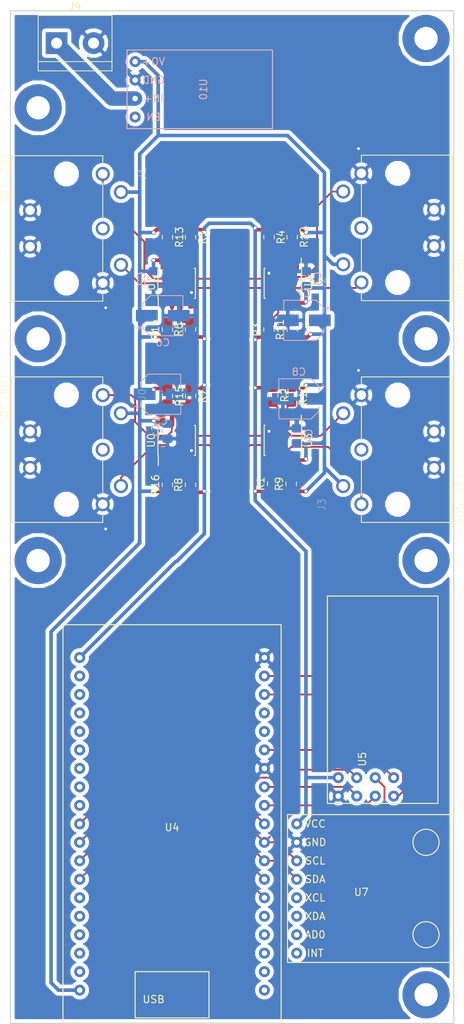
<source format=kicad_pcb>
(kicad_pcb (version 20171130) (host pcbnew 5.0.0-fee4fd1~66~ubuntu18.04.1)
  (layers (0 F.Cu signal) (31 B.Cu signal) (34 B.Paste user) (35 F.Paste user) (36 B.SilkS user) (37 F.SilkS user) (38 B.Mask user) (39 F.Mask user) (44 Edge.Cuts user))
  (net 0 "")
  (net 1 +5V)
  (net 2 "Net-(U2-Pad1)")
  (net 3 "Net-(U2-Pad5)")
  (net 4 +3V3)
  (net 5 /SDA0BUF)
  (net 6 /SCL0BUF)
  (net 7 /SCL0ESP)
  (net 8 /SDA0ESP)
  (net 9 "Net-(U4-Pad5)")
  (net 10 /SCL3ESP)
  (net 11 /SDA3ESP)
  (net 12 /SDA1ESP)
  (net 13 /SCL1ESP)
  (net 14 /SCL2ESP)
  (net 15 /SDA2ESP)
  (net 16 "Net-(J0-Pad2)")
  (net 17 "Net-(J1-Pad2)")
  (net 18 "Net-(J2-Pad2)")
  (net 19 /SCL2BUF)
  (net 20 /SDA2BUF)
  (net 21 "Net-(J3-Pad2)")
  (net 22 /SCL3BUF)
  (net 23 /SDA3BUF)
  (net 24 +BATT)
  (net 25 "Net-(U0-Pad1)")
  (net 26 "Net-(U0-Pad5)")
  (net 27 /SDA1BUF)
  (net 28 "Net-(U1-Pad1)")
  (net 29 "Net-(U3-Pad1)")
  (net 30 "Net-(U4-Pad2)")
  (net 31 "Net-(U4-Pad3)")
  (net 32 "Net-(U4-Pad4)")
  (net 33 "Net-(U4-Pad6)")
  (net 34 "Net-(U4-Pad7)")
  (net 35 "Net-(U4-Pad8)")
  (net 36 "Net-(U7-Pad5)")
  (net 37 "Net-(U7-Pad6)")
  (net 38 "Net-(U7-Pad7)")
  (net 39 "Net-(U7-Pad8)")
  (net 40 /SCL1BUF)
  (net 41 "Net-(U1-Pad5)")
  (net 42 "Net-(U3-Pad5)")
  (net 43 "Net-(U4-Pad9)")
  (net 44 "Net-(U4-Pad14)")
  (net 45 "Net-(U4-Pad15)")
  (net 46 "Net-(U4-Pad16)")
  (net 47 "Net-(U4-Pad17)")
  (net 48 "Net-(U4-Pad18)")
  (net 49 "Net-(U4-Pad20)")
  (net 50 "Net-(U4-Pad21)")
  (net 51 "Net-(U4-Pad22)")
  (net 52 "Net-(U4-Pad23)")
  (net 53 "Net-(U4-Pad24)")
  (net 54 "Net-(U4-Pad34)")
  (net 55 "Net-(U4-Pad35)")
  (net 56 -BATT)
  (net 57 "Net-(U10-Pad4)")
  (net 58 /CS0)
  (net 59 /CLK)
  (net 60 /CE)
  (net 61 /IRQ)
  (net 62 /MISO)
  (net 63 /MOSI)
  (module new-joy:z_MountPTH_3mm (layer F.Cu) (at 133.35 153.035 90)
    (fp_text reference REF**)
    (fp_text value VAL**)
    (pad 1 thru_hole circle (at 0 0 90) (size 6.5 6.5) (drill 3.2) (layers *.Cu *.Mask))
  )
  (module new-joy:CUI_SDS-50J (layer F.Cu) (at 124.46 47.625 90)
    (fp_text reference J2 (at -7.56562 -5.43902 90) (layer F.SilkS) (effects (font (size 1.00074 1.00074) (thickness 0.05))))
    (fp_text value SDS-50J (at -6.84228 13.4589 90) (layer F.SilkS) (effects (font (size 1.00252 1.00252) (thickness 0.05))))
    (pad 2 thru_hole circle (at 0 0 90) (size 1.95 1.95) (drill 1.3) (layers *.Cu *.Mask) (net 18 "Net-(J2-Pad2)"))
    (pad 4 thru_hole circle (at 5 -2.5 90) (size 1.95 1.95) (drill 1.3) (layers *.Cu *.Mask) (net 20 /SDA2BUF))
    (pad 1 thru_hole circle (at 7.5 0 90) (size 1.95 1.95) (drill 1.3) (layers *.Cu *.Mask) (net 56 -BATT))
    (pad 5 thru_hole circle (at -5 -2.5 90) (size 1.95 1.95) (drill 1.3) (layers *.Cu *.Mask) (net 1 +5V))
    (pad 3 thru_hole circle (at -7.5 0 90) (size 1.95 1.95) (drill 1.3) (layers *.Cu *.Mask) (net 19 /SCL2BUF))
    (pad S1 thru_hole circle (at -2.5 10 90) (size 1.95 1.95) (drill 1.3) (layers *.Cu *.Mask) (net 56 -BATT))
    (pad S2 thru_hole circle (at 2.5 10 90) (size 1.95 1.95) (drill 1.3) (layers *.Cu *.Mask) (net 56 -BATT))
    (pad Hole np_thru_hole circle (at -7.5 5 90) (size 2.4 2.4) (drill 2.4) (layers *.Cu *.Mask F.SilkS))
    (pad Hole np_thru_hole circle (at 7.5 5 90) (size 2.4 2.4) (drill 2.4) (layers *.Cu *.Mask F.SilkS))
  )
  (module new-joy:AZReady_ESP32 (layer F.Cu) (at 98.425 129.54)
    (fp_text reference U4 (at 0 0.5) (layer F.SilkS))
    (fp_text value AZReady_ESP32)
    (fp_text user USB (at -2.54 24.13) (layer F.SilkS))
    (pad 1 thru_hole circle (at -12.7 -22.86) (size 1.524 1.524) (drill 0.762) (layers *.Cu *.Mask) (net 4 +3V3))
    (pad 2 thru_hole circle (at -12.7 -20.32) (size 1.524 1.524) (drill 0.762) (layers *.Cu *.Mask) (net 30 "Net-(U4-Pad2)"))
    (pad 3 thru_hole circle (at -12.7 -17.78) (size 1.524 1.524) (drill 0.762) (layers *.Cu *.Mask) (net 31 "Net-(U4-Pad3)"))
    (pad 4 thru_hole circle (at -12.7 -15.24) (size 1.524 1.524) (drill 0.762) (layers *.Cu *.Mask) (net 32 "Net-(U4-Pad4)"))
    (pad 5 thru_hole circle (at -12.7 -12.7) (size 1.524 1.524) (drill 0.762) (layers *.Cu *.Mask) (net 9 "Net-(U4-Pad5)"))
    (pad 6 thru_hole circle (at -12.7 -10.16) (size 1.524 1.524) (drill 0.762) (layers *.Cu *.Mask) (net 33 "Net-(U4-Pad6)"))
    (pad 7 thru_hole circle (at -12.7 -7.62) (size 1.524 1.524) (drill 0.762) (layers *.Cu *.Mask) (net 34 "Net-(U4-Pad7)"))
    (pad 8 thru_hole circle (at -12.7 -5.08) (size 1.524 1.524) (drill 0.762) (layers *.Cu *.Mask) (net 35 "Net-(U4-Pad8)"))
    (pad 9 thru_hole circle (at -12.7 -2.54) (size 1.524 1.524) (drill 0.762) (layers *.Cu *.Mask) (net 43 "Net-(U4-Pad9)"))
    (pad 10 thru_hole circle (at -12.7 0) (size 1.524 1.524) (drill 0.762) (layers *.Cu *.Mask) (net 8 /SDA0ESP))
    (pad 11 thru_hole circle (at -12.7 2.54) (size 1.524 1.524) (drill 0.762) (layers *.Cu *.Mask) (net 7 /SCL0ESP))
    (pad 12 thru_hole circle (at -12.7 5.08) (size 1.524 1.524) (drill 0.762) (layers *.Cu *.Mask) (net 12 /SDA1ESP))
    (pad 13 thru_hole circle (at -12.7 7.62) (size 1.524 1.524) (drill 0.762) (layers *.Cu *.Mask) (net 13 /SCL1ESP))
    (pad 14 thru_hole circle (at -12.7 10.16) (size 1.524 1.524) (drill 0.762) (layers *.Cu *.Mask) (net 44 "Net-(U4-Pad14)"))
    (pad 15 thru_hole circle (at -12.7 12.7) (size 1.524 1.524) (drill 0.762) (layers *.Cu *.Mask) (net 45 "Net-(U4-Pad15)"))
    (pad 16 thru_hole circle (at -12.7 15.24) (size 1.524 1.524) (drill 0.762) (layers *.Cu *.Mask) (net 46 "Net-(U4-Pad16)"))
    (pad 17 thru_hole circle (at -12.7 17.78) (size 1.524 1.524) (drill 0.762) (layers *.Cu *.Mask) (net 47 "Net-(U4-Pad17)"))
    (pad 18 thru_hole circle (at -12.7 20.32) (size 1.524 1.524) (drill 0.762) (layers *.Cu *.Mask) (net 48 "Net-(U4-Pad18)"))
    (pad 19 thru_hole circle (at -12.7 22.86) (size 1.524 1.524) (drill 0.762) (layers *.Cu *.Mask) (net 1 +5V))
    (pad 20 thru_hole circle (at 12.7 22.86) (size 1.524 1.524) (drill 0.762) (layers *.Cu *.Mask) (net 49 "Net-(U4-Pad20)"))
    (pad 21 thru_hole circle (at 12.7 20.32) (size 1.524 1.524) (drill 0.762) (layers *.Cu *.Mask) (net 50 "Net-(U4-Pad21)"))
    (pad 22 thru_hole circle (at 12.7 17.78) (size 1.524 1.524) (drill 0.762) (layers *.Cu *.Mask) (net 51 "Net-(U4-Pad22)"))
    (pad 23 thru_hole circle (at 12.7 15.24) (size 1.524 1.524) (drill 0.762) (layers *.Cu *.Mask) (net 52 "Net-(U4-Pad23)"))
    (pad 24 thru_hole circle (at 12.7 12.7) (size 1.524 1.524) (drill 0.762) (layers *.Cu *.Mask) (net 53 "Net-(U4-Pad24)"))
    (pad 25 thru_hole circle (at 12.7 10.16) (size 1.524 1.524) (drill 0.762) (layers *.Cu *.Mask) (net 15 /SDA2ESP))
    (pad 26 thru_hole circle (at 12.7 7.62) (size 1.524 1.524) (drill 0.762) (layers *.Cu *.Mask) (net 14 /SCL2ESP))
    (pad 27 thru_hole circle (at 12.7 5.08) (size 1.524 1.524) (drill 0.762) (layers *.Cu *.Mask) (net 11 /SDA3ESP))
    (pad 28 thru_hole circle (at 12.7 2.54) (size 1.524 1.524) (drill 0.762) (layers *.Cu *.Mask) (net 10 /SCL3ESP))
    (pad 29 thru_hole circle (at 12.7 0) (size 1.524 1.524) (drill 0.762) (layers *.Cu *.Mask) (net 58 /CS0))
    (pad 30 thru_hole circle (at 12.7 -2.54) (size 1.524 1.524) (drill 0.762) (layers *.Cu *.Mask) (net 59 /CLK))
    (pad 31 thru_hole circle (at 12.7 -5.08) (size 1.524 1.524) (drill 0.762) (layers *.Cu *.Mask) (net 60 /CE))
    (pad 32 thru_hole circle (at 12.7 -7.62) (size 1.524 1.524) (drill 0.762) (layers *.Cu *.Mask) (net 56 -BATT))
    (pad 33 thru_hole circle (at 12.7 -10.16) (size 1.524 1.524) (drill 0.762) (layers *.Cu *.Mask) (net 61 /IRQ))
    (pad 34 thru_hole circle (at 12.7 -12.7) (size 1.524 1.524) (drill 0.762) (layers *.Cu *.Mask) (net 54 "Net-(U4-Pad34)"))
    (pad 35 thru_hole circle (at 12.7 -15.24) (size 1.524 1.524) (drill 0.762) (layers *.Cu *.Mask) (net 55 "Net-(U4-Pad35)"))
    (pad 36 thru_hole circle (at 12.7 -17.78) (size 1.524 1.524) (drill 0.762) (layers *.Cu *.Mask) (net 62 /MISO))
    (pad 37 thru_hole circle (at 12.7 -20.32) (size 1.524 1.524) (drill 0.762) (layers *.Cu *.Mask) (net 63 /MOSI))
    (pad 38 thru_hole circle (at 12.7 -22.86) (size 1.524 1.524) (drill 0.762) (layers *.Cu *.Mask) (net 56 -BATT))
  )
  (module new-joy:CUI_SDS-50J (layer F.Cu) (at 88.9 78.105 270)
    (fp_text reference J0 (at -7.56562 -5.43902 270) (layer F.SilkS) (effects (font (size 1.00074 1.00074) (thickness 0.05))))
    (fp_text value SDS-50J (at -6.84228 13.4589 270) (layer F.SilkS) (effects (font (size 1.00252 1.00252) (thickness 0.05))))
    (pad 2 thru_hole circle (at 0 0 270) (size 1.95 1.95) (drill 1.3) (layers *.Cu *.Mask) (net 16 "Net-(J0-Pad2)"))
    (pad 4 thru_hole circle (at 5 -2.5 270) (size 1.95 1.95) (drill 1.3) (layers *.Cu *.Mask) (net 5 /SDA0BUF))
    (pad 1 thru_hole circle (at 7.5 0 270) (size 1.95 1.95) (drill 1.3) (layers *.Cu *.Mask) (net 56 -BATT))
    (pad 5 thru_hole circle (at -5 -2.5 270) (size 1.95 1.95) (drill 1.3) (layers *.Cu *.Mask) (net 1 +5V))
    (pad 3 thru_hole circle (at -7.5 0 270) (size 1.95 1.95) (drill 1.3) (layers *.Cu *.Mask) (net 6 /SCL0BUF))
    (pad S1 thru_hole circle (at -2.5 10 270) (size 1.95 1.95) (drill 1.3) (layers *.Cu *.Mask) (net 56 -BATT))
    (pad S2 thru_hole circle (at 2.5 10 270) (size 1.95 1.95) (drill 1.3) (layers *.Cu *.Mask) (net 56 -BATT))
    (pad Hole np_thru_hole circle (at -7.5 5 270) (size 2.4 2.4) (drill 2.4) (layers *.Cu *.Mask F.SilkS))
    (pad Hole np_thru_hole circle (at 7.5 5 270) (size 2.4 2.4) (drill 2.4) (layers *.Cu *.Mask F.SilkS))
  )
  (module new-joy:CUI_SDS-50J (layer F.Cu) (at 88.9 47.705 270)
    (fp_text reference J1 (at -7.56562 -5.43902 270) (layer F.SilkS) (effects (font (size 1.00074 1.00074) (thickness 0.05))))
    (fp_text value SDS-50J (at -6.84228 13.4589 270) (layer F.SilkS) (effects (font (size 1.00252 1.00252) (thickness 0.05))))
    (pad Hole np_thru_hole circle (at 7.5 5 270) (size 2.4 2.4) (drill 2.4) (layers *.Cu *.Mask F.SilkS))
    (pad Hole np_thru_hole circle (at -7.5 5 270) (size 2.4 2.4) (drill 2.4) (layers *.Cu *.Mask F.SilkS))
    (pad S2 thru_hole circle (at 2.5 10 270) (size 1.95 1.95) (drill 1.3) (layers *.Cu *.Mask) (net 56 -BATT))
    (pad S1 thru_hole circle (at -2.5 10 270) (size 1.95 1.95) (drill 1.3) (layers *.Cu *.Mask) (net 56 -BATT))
    (pad 3 thru_hole circle (at -7.5 0 270) (size 1.95 1.95) (drill 1.3) (layers *.Cu *.Mask) (net 40 /SCL1BUF))
    (pad 5 thru_hole circle (at -5 -2.5 270) (size 1.95 1.95) (drill 1.3) (layers *.Cu *.Mask) (net 1 +5V))
    (pad 1 thru_hole circle (at 7.5 0 270) (size 1.95 1.95) (drill 1.3) (layers *.Cu *.Mask) (net 56 -BATT))
    (pad 4 thru_hole circle (at 5 -2.5 270) (size 1.95 1.95) (drill 1.3) (layers *.Cu *.Mask) (net 27 /SDA1BUF))
    (pad 2 thru_hole circle (at 0 0 270) (size 1.95 1.95) (drill 1.3) (layers *.Cu *.Mask) (net 17 "Net-(J1-Pad2)"))
  )
  (module new-joy:CUI_SDS-50J (layer F.Cu) (at 124.46 78.105 90)
    (fp_text reference J3 (at -7.56562 -5.43902 90) (layer F.SilkS) (effects (font (size 1.00074 1.00074) (thickness 0.05))))
    (fp_text value SDS-50J (at -6.84228 13.4589 90) (layer F.SilkS) (effects (font (size 1.00252 1.00252) (thickness 0.05))))
    (pad 2 thru_hole circle (at 0 0 90) (size 1.95 1.95) (drill 1.3) (layers *.Cu *.Mask) (net 21 "Net-(J3-Pad2)"))
    (pad 4 thru_hole circle (at 5 -2.5 90) (size 1.95 1.95) (drill 1.3) (layers *.Cu *.Mask) (net 23 /SDA3BUF))
    (pad 1 thru_hole circle (at 7.5 0 90) (size 1.95 1.95) (drill 1.3) (layers *.Cu *.Mask) (net 56 -BATT))
    (pad 5 thru_hole circle (at -5 -2.5 90) (size 1.95 1.95) (drill 1.3) (layers *.Cu *.Mask) (net 1 +5V))
    (pad 3 thru_hole circle (at -7.5 0 90) (size 1.95 1.95) (drill 1.3) (layers *.Cu *.Mask) (net 22 /SCL3BUF))
    (pad S1 thru_hole circle (at -2.5 10 90) (size 1.95 1.95) (drill 1.3) (layers *.Cu *.Mask) (net 56 -BATT))
    (pad S2 thru_hole circle (at 2.5 10 90) (size 1.95 1.95) (drill 1.3) (layers *.Cu *.Mask) (net 56 -BATT))
    (pad Hole np_thru_hole circle (at -7.5 5 90) (size 2.4 2.4) (drill 2.4) (layers *.Cu *.Mask F.SilkS))
    (pad Hole np_thru_hole circle (at 7.5 5 90) (size 2.4 2.4) (drill 2.4) (layers *.Cu *.Mask F.SilkS))
  )
  (module new-joy:MPU6050_Breakout (layer F.Cu) (at 124.46 138.43)
    (fp_text reference U7 (at 0 0.5) (layer F.SilkS))
    (fp_text value MPU6050_Breakout)
    (fp_text user INT (at -6.35 8.89) (layer F.SilkS))
    (fp_text user AD0 (at -6.35 6.35) (layer F.SilkS))
    (fp_text user XDA (at -6.35 3.81) (layer F.SilkS))
    (fp_text user XCL (at -6.35 1.27) (layer F.SilkS))
    (fp_text user SDA (at -6.35 -1.27) (layer F.SilkS))
    (fp_text user SCL (at -6.35 -3.81) (layer F.SilkS))
    (fp_text user GND (at -6.35 -6.35) (layer F.SilkS))
    (fp_text user VCC (at -6.35 -8.89) (layer F.SilkS))
    (pad 1 thru_hole circle (at -8.89 -8.89) (size 1.524 1.524) (drill 0.762) (layers *.Cu *.Mask) (net 4 +3V3))
    (pad 2 thru_hole circle (at -8.89 -6.35) (size 1.524 1.524) (drill 0.762) (layers *.Cu *.Mask) (net 56 -BATT))
    (pad 3 thru_hole circle (at -8.89 -3.81) (size 1.524 1.524) (drill 0.762) (layers *.Cu *.Mask) (net 10 /SCL3ESP))
    (pad 4 thru_hole circle (at -8.89 -1.27) (size 1.524 1.524) (drill 0.762) (layers *.Cu *.Mask) (net 11 /SDA3ESP))
    (pad 5 thru_hole circle (at -8.89 1.27) (size 1.524 1.524) (drill 0.762) (layers *.Cu *.Mask) (net 36 "Net-(U7-Pad5)"))
    (pad 6 thru_hole circle (at -8.89 3.81) (size 1.524 1.524) (drill 0.762) (layers *.Cu *.Mask) (net 37 "Net-(U7-Pad6)"))
    (pad 7 thru_hole circle (at -8.89 6.35) (size 1.524 1.524) (drill 0.762) (layers *.Cu *.Mask) (net 38 "Net-(U7-Pad7)"))
    (pad 8 thru_hole circle (at -8.89 8.89) (size 1.524 1.524) (drill 0.762) (layers *.Cu *.Mask) (net 39 "Net-(U7-Pad8)"))
  )
  (module TerminalBlock:TerminalBlock_bornier-2_P5.08mm (layer F.Cu) (at 82.55 22.225)
    (fp_text reference J4 (at 2.54 -5.08) (layer F.SilkS))
    (fp_text value BAT)
    (pad 1 thru_hole rect (at 0 0) (size 3 3) (drill 1.52) (layers *.Cu *.Mask) (net 24 +BATT))
    (pad 2 thru_hole circle (at 5.08 0) (size 3 3) (drill 1.52) (layers *.Cu *.Mask) (net 56 -BATT))
  )
  (module new-joy:z_MountPTH_3mm (layer F.Cu) (at 80.01 93.345)
    (fp_text reference REF**)
    (fp_text value VAL**)
    (pad 1 thru_hole circle (at 0 0) (size 6.5 6.5) (drill 3.2) (layers *.Cu *.Mask))
  )
  (module new-joy:z_MountPTH_3mm (layer F.Cu) (at 80.01 62.865)
    (fp_text reference REF**)
    (fp_text value VAL**)
    (pad 1 thru_hole circle (at 0 0) (size 6.5 6.5) (drill 3.2) (layers *.Cu *.Mask))
  )
  (module new-joy:z_MountPTH_3mm (layer F.Cu) (at 80.01 31.115)
    (fp_text reference REF**)
    (fp_text value VAL**)
    (pad 1 thru_hole circle (at 0 0) (size 6.5 6.5) (drill 3.2) (layers *.Cu *.Mask))
  )
  (module new-joy:z_MountPTH_3mm (layer F.Cu) (at 133.35 21.59)
    (fp_text reference REF**)
    (fp_text value VAL**)
    (pad 1 thru_hole circle (at 0 0) (size 6.5 6.5) (drill 3.2) (layers *.Cu *.Mask))
  )
  (module new-joy:z_MountPTH_3mm (layer F.Cu) (at 133.35 62.865)
    (fp_text reference REF**)
    (fp_text value VAL**)
    (pad 1 thru_hole circle (at 0 0) (size 6.5 6.5) (drill 3.2) (layers *.Cu *.Mask))
  )
  (module new-joy:z_MountPTH_3mm (layer F.Cu) (at 133.35 93.345)
    (fp_text reference REF**)
    (fp_text value VAL**)
    (pad 1 thru_hole circle (at 0 0) (size 6.5 6.5) (drill 3.2) (layers *.Cu *.Mask))
  )
  (module new-joy:P82B715D (layer F.Cu) (at 99.06 76.835 90)
    (fp_text reference U0 (at 0 -3.5 90) (layer F.SilkS))
    (fp_text value P82B715)
    (pad 1 smd rect (at -2.7 -1.905 90) (size 1.55 0.6) (layers F.Cu F.Paste F.Mask) (net 25 "Net-(U0-Pad1)"))
    (pad 2 smd rect (at -2.7 -0.635 90) (size 1.55 0.6) (layers F.Cu F.Paste F.Mask) (net 5 /SDA0BUF))
    (pad 3 smd rect (at -2.7 0.635 90) (size 1.55 0.6) (layers F.Cu F.Paste F.Mask) (net 8 /SDA0ESP))
    (pad 4 smd rect (at -2.7 1.905 90) (size 1.55 0.6) (layers F.Cu F.Paste F.Mask) (net 56 -BATT))
    (pad 5 smd rect (at 2.7 1.905 90) (size 1.55 0.6) (layers F.Cu F.Paste F.Mask) (net 26 "Net-(U0-Pad5)"))
    (pad 6 smd rect (at 2.7 0.635 90) (size 1.55 0.6) (layers F.Cu F.Paste F.Mask) (net 7 /SCL0ESP))
    (pad 7 smd rect (at 2.7 -0.635 90) (size 1.55 0.6) (layers F.Cu F.Paste F.Mask) (net 6 /SCL0BUF))
    (pad 8 smd rect (at 2.7 -1.905 90) (size 1.55 0.6) (layers F.Cu F.Paste F.Mask) (net 1 +5V))
  )
  (module new-joy:P82B715D (layer F.Cu) (at 99.06 55.245 90)
    (fp_text reference U1 (at 0 -3.5 90) (layer F.SilkS))
    (fp_text value P82B715)
    (pad 8 smd rect (at 2.7 -1.905 90) (size 1.55 0.6) (layers F.Cu F.Paste F.Mask) (net 1 +5V))
    (pad 7 smd rect (at 2.7 -0.635 90) (size 1.55 0.6) (layers F.Cu F.Paste F.Mask) (net 40 /SCL1BUF))
    (pad 6 smd rect (at 2.7 0.635 90) (size 1.55 0.6) (layers F.Cu F.Paste F.Mask) (net 13 /SCL1ESP))
    (pad 5 smd rect (at 2.7 1.905 90) (size 1.55 0.6) (layers F.Cu F.Paste F.Mask) (net 41 "Net-(U1-Pad5)"))
    (pad 4 smd rect (at -2.7 1.905 90) (size 1.55 0.6) (layers F.Cu F.Paste F.Mask) (net 56 -BATT))
    (pad 3 smd rect (at -2.7 0.635 90) (size 1.55 0.6) (layers F.Cu F.Paste F.Mask) (net 12 /SDA1ESP))
    (pad 2 smd rect (at -2.7 -0.635 90) (size 1.55 0.6) (layers F.Cu F.Paste F.Mask) (net 27 /SDA1BUF))
    (pad 1 smd rect (at -2.7 -1.905 90) (size 1.55 0.6) (layers F.Cu F.Paste F.Mask) (net 28 "Net-(U1-Pad1)"))
  )
  (module new-joy:P82B715D (layer F.Cu) (at 113.665 55.245 270)
    (fp_text reference U2 (at 0 -3.5 270) (layer F.SilkS))
    (fp_text value P82B715)
    (pad 1 smd rect (at -2.7 -1.905 270) (size 1.55 0.6) (layers F.Cu F.Paste F.Mask) (net 2 "Net-(U2-Pad1)"))
    (pad 2 smd rect (at -2.7 -0.635 270) (size 1.55 0.6) (layers F.Cu F.Paste F.Mask) (net 20 /SDA2BUF))
    (pad 3 smd rect (at -2.7 0.635 270) (size 1.55 0.6) (layers F.Cu F.Paste F.Mask) (net 15 /SDA2ESP))
    (pad 4 smd rect (at -2.7 1.905 270) (size 1.55 0.6) (layers F.Cu F.Paste F.Mask) (net 56 -BATT))
    (pad 5 smd rect (at 2.7 1.905 270) (size 1.55 0.6) (layers F.Cu F.Paste F.Mask) (net 3 "Net-(U2-Pad5)"))
    (pad 6 smd rect (at 2.7 0.635 270) (size 1.55 0.6) (layers F.Cu F.Paste F.Mask) (net 14 /SCL2ESP))
    (pad 7 smd rect (at 2.7 -0.635 270) (size 1.55 0.6) (layers F.Cu F.Paste F.Mask) (net 19 /SCL2BUF))
    (pad 8 smd rect (at 2.7 -1.905 270) (size 1.55 0.6) (layers F.Cu F.Paste F.Mask) (net 1 +5V))
  )
  (module new-joy:P82B715D (layer F.Cu) (at 113.665 76.835 270)
    (fp_text reference U3 (at 0 -3.5 270) (layer F.SilkS))
    (fp_text value P82B715)
    (pad 8 smd rect (at 2.7 -1.905 270) (size 1.55 0.6) (layers F.Cu F.Paste F.Mask) (net 1 +5V))
    (pad 7 smd rect (at 2.7 -0.635 270) (size 1.55 0.6) (layers F.Cu F.Paste F.Mask) (net 22 /SCL3BUF))
    (pad 6 smd rect (at 2.7 0.635 270) (size 1.55 0.6) (layers F.Cu F.Paste F.Mask) (net 10 /SCL3ESP))
    (pad 5 smd rect (at 2.7 1.905 270) (size 1.55 0.6) (layers F.Cu F.Paste F.Mask) (net 42 "Net-(U3-Pad5)"))
    (pad 4 smd rect (at -2.7 1.905 270) (size 1.55 0.6) (layers F.Cu F.Paste F.Mask) (net 56 -BATT))
    (pad 3 smd rect (at -2.7 0.635 270) (size 1.55 0.6) (layers F.Cu F.Paste F.Mask) (net 11 /SDA3ESP))
    (pad 2 smd rect (at -2.7 -0.635 270) (size 1.55 0.6) (layers F.Cu F.Paste F.Mask) (net 23 /SDA3BUF))
    (pad 1 smd rect (at -2.7 -1.905 270) (size 1.55 0.6) (layers F.Cu F.Paste F.Mask) (net 29 "Net-(U3-Pad1)"))
  )
  (module new-joy:oskj-dc-dc (layer B.Cu) (at 102.235 28.575 270)
    (fp_text reference U10 (at 0 -0.5 270) (layer B.SilkS) (effects (justify mirror)))
    (fp_text value oskj-dc-dc)
    (fp_text user VO+ (at -3.81 6.35 180) (layer B.SilkS) (effects (justify mirror)))
    (fp_text user GND (at -1.27 6.35 180) (layer B.SilkS) (effects (justify mirror)))
    (fp_text user IN+ (at 1.27 6.35 180) (layer B.SilkS) (effects (justify mirror)))
    (fp_text user EN (at 3.81 6.35 180) (layer B.SilkS) (effects (justify mirror)))
    (pad 1 thru_hole circle (at -3.81 8.89 270) (size 1.524 1.524) (drill 0.762) (layers *.Cu *.Mask) (net 1 +5V))
    (pad 2 thru_hole circle (at -1.27 8.89 270) (size 1.524 1.524) (drill 0.762) (layers *.Cu *.Mask) (net 56 -BATT))
    (pad 3 thru_hole circle (at 1.27 8.89 270) (size 1.524 1.524) (drill 0.762) (layers *.Cu *.Mask) (net 24 +BATT))
    (pad 4 thru_hole circle (at 3.81 8.89 270) (size 1.524 1.524) (drill 0.762) (layers *.Cu *.Mask) (net 57 "Net-(U10-Pad4)"))
  )
  (module Capacitor_SMD:C_0805_2012Metric_Pad1.15x1.40mm_HandSolder (layer B.Cu) (at 97.79 75.565 270)
    (fp_text reference C1 (at 0 1.65 270) (layer B.SilkS) (effects (justify mirror)))
    (fp_text value 0.1uF)
    (pad 2 smd roundrect (at 1.025 0 270) (size 1.15 1.4) (layers B.Cu B.Paste B.Mask) (roundrect_rratio 0.217391) (net 56 -BATT))
    (pad 1 smd roundrect (at -1.025 0 270) (size 1.15 1.4) (layers B.Cu B.Paste B.Mask) (roundrect_rratio 0.217391) (net 1 +5V))
  )
  (module Capacitor_SMD:C_0805_2012Metric_Pad1.15x1.40mm_HandSolder (layer B.Cu) (at 95.885 54.61 270)
    (fp_text reference C2 (at 0 1.65 270) (layer B.SilkS) (effects (justify mirror)))
    (fp_text value 0.1uF)
    (pad 2 smd roundrect (at 1.025 0 270) (size 1.15 1.4) (layers B.Cu B.Paste B.Mask) (roundrect_rratio 0.217391) (net 56 -BATT))
    (pad 1 smd roundrect (at -1.025 0 270) (size 1.15 1.4) (layers B.Cu B.Paste B.Mask) (roundrect_rratio 0.217391) (net 1 +5V))
  )
  (module Capacitor_SMD:C_0805_2012Metric_Pad1.15x1.40mm_HandSolder (layer B.Cu) (at 116.84 54.61 90)
    (fp_text reference C3 (at 0 1.65 90) (layer B.SilkS) (effects (justify mirror)))
    (fp_text value 0.1uF)
    (pad 2 smd roundrect (at 1.025 0 90) (size 1.15 1.4) (layers B.Cu B.Paste B.Mask) (roundrect_rratio 0.217391) (net 56 -BATT))
    (pad 1 smd roundrect (at -1.025 0 90) (size 1.15 1.4) (layers B.Cu B.Paste B.Mask) (roundrect_rratio 0.217391) (net 1 +5V))
  )
  (module Capacitor_SMD:C_0805_2012Metric_Pad1.15x1.40mm_HandSolder (layer B.Cu) (at 115.57 76.2 90)
    (fp_text reference C4 (at 0 1.65 90) (layer B.SilkS) (effects (justify mirror)))
    (fp_text value 0.1uF)
    (pad 2 smd roundrect (at 1.025 0 90) (size 1.15 1.4) (layers B.Cu B.Paste B.Mask) (roundrect_rratio 0.217391) (net 56 -BATT))
    (pad 1 smd roundrect (at -1.025 0 90) (size 1.15 1.4) (layers B.Cu B.Paste B.Mask) (roundrect_rratio 0.217391) (net 1 +5V))
  )
  (module Resistor_SMD:R_0805_2012Metric_Pad1.15x1.40mm_HandSolder (layer F.Cu) (at 112.268 82.795 90)
    (fp_text reference R1 (at 0 -1.65 90) (layer F.SilkS))
    (fp_text value 2K2)
    (pad 2 smd roundrect (at 1.025 0 90) (size 1.15 1.4) (layers F.Cu F.Paste F.Mask) (roundrect_rratio 0.217391) (net 10 /SCL3ESP))
    (pad 1 smd roundrect (at -1.025 0 90) (size 1.15 1.4) (layers F.Cu F.Paste F.Mask) (roundrect_rratio 0.217391) (net 4 +3V3))
  )
  (module Resistor_SMD:R_0805_2012Metric_Pad1.15x1.40mm_HandSolder (layer F.Cu) (at 112.268 70.621 270)
    (fp_text reference R2 (at 0 -1.65 270) (layer F.SilkS))
    (fp_text value 2K2)
    (pad 2 smd roundrect (at 1.025 0 270) (size 1.15 1.4) (layers F.Cu F.Paste F.Mask) (roundrect_rratio 0.217391) (net 11 /SDA3ESP))
    (pad 1 smd roundrect (at -1.025 0 270) (size 1.15 1.4) (layers F.Cu F.Paste F.Mask) (roundrect_rratio 0.217391) (net 4 +3V3))
  )
  (module Resistor_SMD:R_0805_2012Metric_Pad1.15x1.40mm_HandSolder (layer F.Cu) (at 111.76 61.595 90)
    (fp_text reference R3 (at 0 -1.65 90) (layer F.SilkS))
    (fp_text value 2K2)
    (pad 2 smd roundrect (at 1.025 0 90) (size 1.15 1.4) (layers F.Cu F.Paste F.Mask) (roundrect_rratio 0.217391) (net 14 /SCL2ESP))
    (pad 1 smd roundrect (at -1.025 0 90) (size 1.15 1.4) (layers F.Cu F.Paste F.Mask) (roundrect_rratio 0.217391) (net 4 +3V3))
  )
  (module Resistor_SMD:R_0805_2012Metric_Pad1.15x1.40mm_HandSolder (layer F.Cu) (at 111.76 48.895 270)
    (fp_text reference R4 (at 0 -1.65 270) (layer F.SilkS))
    (fp_text value 2K2)
    (pad 1 smd roundrect (at -1.025 0 270) (size 1.15 1.4) (layers F.Cu F.Paste F.Mask) (roundrect_rratio 0.217391) (net 4 +3V3))
    (pad 2 smd roundrect (at 1.025 0 270) (size 1.15 1.4) (layers F.Cu F.Paste F.Mask) (roundrect_rratio 0.217391) (net 15 /SDA2ESP))
  )
  (module Resistor_SMD:R_0805_2012Metric_Pad1.15x1.40mm_HandSolder (layer F.Cu) (at 100.965 48.895 270)
    (fp_text reference R5 (at 0 -1.65 270) (layer F.SilkS))
    (fp_text value 2K2)
    (pad 2 smd roundrect (at 1.025 0 270) (size 1.15 1.4) (layers F.Cu F.Paste F.Mask) (roundrect_rratio 0.217391) (net 13 /SCL1ESP))
    (pad 1 smd roundrect (at -1.025 0 270) (size 1.15 1.4) (layers F.Cu F.Paste F.Mask) (roundrect_rratio 0.217391) (net 4 +3V3))
  )
  (module Resistor_SMD:R_0805_2012Metric_Pad1.15x1.40mm_HandSolder (layer F.Cu) (at 100.965 61.595 90)
    (fp_text reference R6 (at 0 -1.65 90) (layer F.SilkS))
    (fp_text value 2K2)
    (pad 2 smd roundrect (at 1.025 0 90) (size 1.15 1.4) (layers F.Cu F.Paste F.Mask) (roundrect_rratio 0.217391) (net 12 /SDA1ESP))
    (pad 1 smd roundrect (at -1.025 0 90) (size 1.15 1.4) (layers F.Cu F.Paste F.Mask) (roundrect_rratio 0.217391) (net 4 +3V3))
  )
  (module Resistor_SMD:R_0805_2012Metric_Pad1.15x1.40mm_HandSolder (layer F.Cu) (at 100.965 70.73 270)
    (fp_text reference R7 (at 0 -1.65 270) (layer F.SilkS))
    (fp_text value 2K2)
    (pad 1 smd roundrect (at -1.025 0 270) (size 1.15 1.4) (layers F.Cu F.Paste F.Mask) (roundrect_rratio 0.217391) (net 4 +3V3))
    (pad 2 smd roundrect (at 1.025 0 270) (size 1.15 1.4) (layers F.Cu F.Paste F.Mask) (roundrect_rratio 0.217391) (net 7 /SCL0ESP))
  )
  (module Resistor_SMD:R_0805_2012Metric_Pad1.15x1.40mm_HandSolder (layer F.Cu) (at 100.965 82.94 90)
    (fp_text reference R8 (at 0 -1.65 90) (layer F.SilkS))
    (fp_text value 2K2)
    (pad 1 smd roundrect (at -1.025 0 90) (size 1.15 1.4) (layers F.Cu F.Paste F.Mask) (roundrect_rratio 0.217391) (net 4 +3V3))
    (pad 2 smd roundrect (at 1.025 0 90) (size 1.15 1.4) (layers F.Cu F.Paste F.Mask) (roundrect_rratio 0.217391) (net 8 /SDA0ESP))
  )
  (module Resistor_SMD:R_0805_2012Metric_Pad1.15x1.40mm_HandSolder (layer F.Cu) (at 114.808 82.813 90)
    (fp_text reference R9 (at 0 -1.65 90) (layer F.SilkS))
    (fp_text value 2K2)
    (pad 2 smd roundrect (at 1.025 0 90) (size 1.15 1.4) (layers F.Cu F.Paste F.Mask) (roundrect_rratio 0.217391) (net 22 /SCL3BUF))
    (pad 1 smd roundrect (at -1.025 0 90) (size 1.15 1.4) (layers F.Cu F.Paste F.Mask) (roundrect_rratio 0.217391) (net 1 +5V))
  )
  (module Resistor_SMD:R_0805_2012Metric_Pad1.15x1.40mm_HandSolder (layer F.Cu) (at 114.808 70.612 270)
    (fp_text reference R10 (at 0 -1.65 270) (layer F.SilkS))
    (fp_text value 2K2)
    (pad 1 smd roundrect (at -1.025 0 270) (size 1.15 1.4) (layers F.Cu F.Paste F.Mask) (roundrect_rratio 0.217391) (net 1 +5V))
    (pad 2 smd roundrect (at 1.025 0 270) (size 1.15 1.4) (layers F.Cu F.Paste F.Mask) (roundrect_rratio 0.217391) (net 23 /SDA3BUF))
  )
  (module Resistor_SMD:R_0805_2012Metric_Pad1.15x1.40mm_HandSolder (layer F.Cu) (at 114.935 61.595 90)
    (fp_text reference R11 (at 0 -1.65 90) (layer F.SilkS))
    (fp_text value 2K2)
    (pad 1 smd roundrect (at -1.025 0 90) (size 1.15 1.4) (layers F.Cu F.Paste F.Mask) (roundrect_rratio 0.217391) (net 1 +5V))
    (pad 2 smd roundrect (at 1.025 0 90) (size 1.15 1.4) (layers F.Cu F.Paste F.Mask) (roundrect_rratio 0.217391) (net 19 /SCL2BUF))
  )
  (module Resistor_SMD:R_0805_2012Metric_Pad1.15x1.40mm_HandSolder (layer F.Cu) (at 114.935 48.895 270)
    (fp_text reference R12 (at 0 -1.65 270) (layer F.SilkS))
    (fp_text value 2K2)
    (pad 1 smd roundrect (at -1.025 0 270) (size 1.15 1.4) (layers F.Cu F.Paste F.Mask) (roundrect_rratio 0.217391) (net 1 +5V))
    (pad 2 smd roundrect (at 1.025 0 270) (size 1.15 1.4) (layers F.Cu F.Paste F.Mask) (roundrect_rratio 0.217391) (net 20 /SDA2BUF))
  )
  (module Resistor_SMD:R_0805_2012Metric_Pad1.15x1.40mm_HandSolder (layer F.Cu) (at 97.79 48.895 270)
    (fp_text reference R13 (at 0 -1.65 270) (layer F.SilkS))
    (fp_text value 2K2)
    (pad 1 smd roundrect (at -1.025 0 270) (size 1.15 1.4) (layers F.Cu F.Paste F.Mask) (roundrect_rratio 0.217391) (net 1 +5V))
    (pad 2 smd roundrect (at 1.025 0 270) (size 1.15 1.4) (layers F.Cu F.Paste F.Mask) (roundrect_rratio 0.217391) (net 40 /SCL1BUF))
  )
  (module Resistor_SMD:R_0805_2012Metric_Pad1.15x1.40mm_HandSolder (layer F.Cu) (at 97.79 61.595 90)
    (fp_text reference R14 (at 0 -1.65 90) (layer F.SilkS))
    (fp_text value 2K2)
    (pad 1 smd roundrect (at -1.025 0 90) (size 1.15 1.4) (layers F.Cu F.Paste F.Mask) (roundrect_rratio 0.217391) (net 1 +5V))
    (pad 2 smd roundrect (at 1.025 0 90) (size 1.15 1.4) (layers F.Cu F.Paste F.Mask) (roundrect_rratio 0.217391) (net 27 /SDA1BUF))
  )
  (module Resistor_SMD:R_0805_2012Metric_Pad1.15x1.40mm_HandSolder (layer F.Cu) (at 97.79 70.73 270)
    (fp_text reference R15 (at 0 -1.65 270) (layer F.SilkS))
    (fp_text value 2K2)
    (pad 2 smd roundrect (at 1.025 0 270) (size 1.15 1.4) (layers F.Cu F.Paste F.Mask) (roundrect_rratio 0.217391) (net 6 /SCL0BUF))
    (pad 1 smd roundrect (at -1.025 0 270) (size 1.15 1.4) (layers F.Cu F.Paste F.Mask) (roundrect_rratio 0.217391) (net 1 +5V))
  )
  (module Resistor_SMD:R_0805_2012Metric_Pad1.15x1.40mm_HandSolder (layer F.Cu) (at 97.79 82.94 90)
    (fp_text reference R16 (at 0 -1.65 90) (layer F.SilkS))
    (fp_text value 2K2)
    (pad 2 smd roundrect (at 1.025 0 90) (size 1.15 1.4) (layers F.Cu F.Paste F.Mask) (roundrect_rratio 0.217391) (net 5 /SDA0BUF))
    (pad 1 smd roundrect (at -1.025 0 90) (size 1.15 1.4) (layers F.Cu F.Paste F.Mask) (roundrect_rratio 0.217391) (net 1 +5V))
  )
  (module new-joy:24L01 (layer F.Cu) (at 127.635 112.395 270)
    (fp_text reference U5 (at 8.255 3.04 270) (layer F.SilkS))
    (fp_text value 24L01)
    (pad 2 thru_hole circle (at 13.335 1.27 270) (size 1.524 1.524) (drill 0.762) (layers *.Cu *.Mask) (net 59 /CLK))
    (pad 1 thru_hole circle (at 13.335 -1.27 270) (size 1.524 1.524) (drill 0.762) (layers *.Cu *.Mask) (net 62 /MISO))
    (pad 3 thru_hole circle (at 13.335 3.81 270) (size 1.524 1.524) (drill 0.762) (layers *.Cu *.Mask) (net 60 /CE))
    (pad 4 thru_hole circle (at 13.335 6.35 270) (size 1.524 1.524) (drill 0.762) (layers *.Cu *.Mask) (net 56 -BATT))
    (pad 5 thru_hole circle (at 10.795 -1.27 270) (size 1.524 1.524) (drill 0.762) (layers *.Cu *.Mask) (net 61 /IRQ))
    (pad 6 thru_hole circle (at 10.795 1.27 270) (size 1.524 1.524) (drill 0.762) (layers *.Cu *.Mask) (net 63 /MOSI))
    (pad 7 thru_hole circle (at 10.795 3.81 270) (size 1.524 1.524) (drill 0.762) (layers *.Cu *.Mask) (net 58 /CS0))
    (pad 8 thru_hole circle (at 10.795 6.35 270) (size 1.524 1.524) (drill 0.762) (layers *.Cu *.Mask) (net 4 +3V3))
  )
  (module Capacitor_SMD:CP_Elec_5x5.8 (layer B.Cu) (at 96.86 70.485)
    (fp_text reference C5 (at 0 3.7) (layer B.SilkS) (effects (justify mirror)))
    (fp_text value 47uF)
    (pad 1 smd rect (at -2.2 0) (size 3 1.6) (layers B.Cu B.Paste B.Mask) (net 1 +5V))
    (pad 2 smd rect (at 2.2 0) (size 3 1.6) (layers B.Cu B.Paste B.Mask) (net 56 -BATT))
  )
  (module Capacitor_SMD:CP_Elec_5x5.8 (layer B.Cu) (at 97.155 59.69)
    (fp_text reference C6 (at 0 3.7) (layer B.SilkS) (effects (justify mirror)))
    (fp_text value 47uF)
    (pad 2 smd rect (at 2.2 0) (size 3 1.6) (layers B.Cu B.Paste B.Mask) (net 56 -BATT))
    (pad 1 smd rect (at -2.2 0) (size 3 1.6) (layers B.Cu B.Paste B.Mask) (net 1 +5V))
  )
  (module Capacitor_SMD:CP_Elec_5x5.8 (layer B.Cu) (at 116.545 60.325 180)
    (fp_text reference C7 (at 0 3.7 180) (layer B.SilkS) (effects (justify mirror)))
    (fp_text value 47uF)
    (pad 1 smd rect (at -2.2 0 180) (size 3 1.6) (layers B.Cu B.Paste B.Mask) (net 1 +5V))
    (pad 2 smd rect (at 2.2 0 180) (size 3 1.6) (layers B.Cu B.Paste B.Mask) (net 56 -BATT))
  )
  (module Capacitor_SMD:CP_Elec_5x5.8 (layer B.Cu) (at 115.865 71.12 180)
    (fp_text reference C8 (at 0 3.7 180) (layer B.SilkS) (effects (justify mirror)))
    (fp_text value 47uF)
    (pad 2 smd rect (at 2.2 0 180) (size 3 1.6) (layers B.Cu B.Paste B.Mask) (net 56 -BATT))
    (pad 1 smd rect (at -2.2 0 180) (size 3 1.6) (layers B.Cu B.Paste B.Mask) (net 1 +5V))
  )
  (gr_line (start 137.16 156.972) (end 137.16 17.78) (layer Edge.Cuts) (width 0.15))
  (gr_line (start 76.2 156.972) (end 137.16 156.972) (layer Edge.Cuts) (width 0.15))
  (gr_line (start 76.2 17.78) (end 76.2 156.972) (layer Edge.Cuts) (width 0.15))
  (gr_line (start 137.16 17.78) (end 76.2 17.78) (layer Edge.Cuts) (width 0.15))
  (segment (start 93.9 73.105) (end 91.4 73.105) (width 0.5) (layer B.Cu) (net 1))
  (segment (start 93.98 73.025) (end 93.9 73.105) (width 0.5) (layer B.Cu) (net 1))
  (segment (start 93.98 67.945) (end 93.98 65.405) (width 0.5) (layer B.Cu) (net 1))
  (via (at 95.885 69.85) (size 0.6) (drill 0.4) (layers F.Cu B.Cu) (net 1))
  (segment (start 97.79 69.705) (end 96.03 69.705) (width 0.5) (layer F.Cu) (net 1))
  (segment (start 96.03 69.705) (end 95.885 69.85) (width 0.5) (layer F.Cu) (net 1))
  (segment (start 93.98 69.85) (end 95.885 69.85) (width 0.5) (layer B.Cu) (net 1))
  (segment (start 93.98 69.85) (end 93.98 73.025) (width 0.5) (layer B.Cu) (net 1))
  (segment (start 93.98 67.945) (end 93.98 69.85) (width 0.5) (layer B.Cu) (net 1))
  (segment (start 93.98 73.025) (end 93.98 73.66) (width 0.5) (layer B.Cu) (net 1))
  (via (at 95.885 83.82) (size 0.6) (drill 0.4) (layers F.Cu B.Cu) (net 1))
  (segment (start 97.79 83.965) (end 96.03 83.965) (width 0.5) (layer F.Cu) (net 1))
  (segment (start 96.03 83.965) (end 95.885 83.82) (width 0.5) (layer F.Cu) (net 1))
  (segment (start 95.885 83.82) (end 93.98 83.82) (width 0.5) (layer B.Cu) (net 1))
  (via (at 95.885 48.26) (size 0.6) (drill 0.4) (layers F.Cu B.Cu) (net 1))
  (segment (start 97.79 47.87) (end 96.275 47.87) (width 0.5) (layer F.Cu) (net 1))
  (segment (start 96.275 47.87) (end 95.885 48.26) (width 0.5) (layer F.Cu) (net 1))
  (segment (start 95.885 48.26) (end 93.98 48.26) (width 0.5) (layer B.Cu) (net 1))
  (segment (start 93.98 52.705) (end 93.98 48.26) (width 0.5) (layer B.Cu) (net 1))
  (segment (start 94.125 75.42) (end 93.98 75.565) (width 0.5) (layer B.Cu) (net 1))
  (segment (start 93.98 75.565) (end 93.98 83.82) (width 0.5) (layer B.Cu) (net 1))
  (via (at 95.885 74.135) (size 0.6) (drill 0.4) (layers F.Cu B.Cu) (net 1))
  (segment (start 97.155 74.135) (end 95.885 74.135) (width 0.5) (layer F.Cu) (net 1))
  (segment (start 94.225 53.585) (end 93.98 53.34) (width 0.5) (layer B.Cu) (net 1))
  (segment (start 95.885 53.585) (end 94.225 53.585) (width 0.5) (layer B.Cu) (net 1))
  (segment (start 93.98 53.34) (end 93.98 52.705) (width 0.5) (layer B.Cu) (net 1))
  (via (at 95.885 52.07) (size 0.6) (drill 0.4) (layers F.Cu B.Cu) (net 1))
  (segment (start 96.68 52.07) (end 97.155 52.545) (width 0.5) (layer F.Cu) (net 1))
  (segment (start 95.885 52.07) (end 96.68 52.07) (width 0.5) (layer F.Cu) (net 1))
  (segment (start 94.615 24.765) (end 93.345 24.765) (width 0.5) (layer B.Cu) (net 1))
  (segment (start 96.52 26.67) (end 94.615 24.765) (width 0.5) (layer B.Cu) (net 1))
  (segment (start 96.52 34.925) (end 96.52 26.67) (width 0.5) (layer B.Cu) (net 1))
  (segment (start 93.98 37.465) (end 96.52 34.925) (width 0.5) (layer B.Cu) (net 1))
  (segment (start 97.79 62.62) (end 96.13 62.62) (width 0.5) (layer F.Cu) (net 1))
  (via (at 96.13 62.62) (size 0.6) (drill 0.4) (layers F.Cu B.Cu) (net 1))
  (segment (start 95.705736 62.62) (end 96.13 62.62) (width 0.5) (layer B.Cu) (net 1))
  (segment (start 94.225 62.62) (end 95.705736 62.62) (width 0.5) (layer B.Cu) (net 1))
  (segment (start 93.98 62.865) (end 94.225 62.62) (width 0.5) (layer B.Cu) (net 1))
  (segment (start 93.98 62.865) (end 93.98 53.34) (width 0.5) (layer B.Cu) (net 1))
  (segment (start 93.98 65.405) (end 93.98 62.865) (width 0.5) (layer B.Cu) (net 1))
  (segment (start 93.98 90.932) (end 93.98 85.344) (width 0.5) (layer B.Cu) (net 1))
  (segment (start 93.98 85.344) (end 93.98 85.725) (width 0.5) (layer B.Cu) (net 1))
  (segment (start 81.788 103.124) (end 93.98 90.932) (width 0.5) (layer B.Cu) (net 1))
  (segment (start 93.98 83.82) (end 93.98 85.344) (width 0.5) (layer B.Cu) (net 1))
  (segment (start 85.725 152.4) (end 82.804 152.4) (width 0.5) (layer B.Cu) (net 1))
  (segment (start 82.804 152.4) (end 81.788 151.384) (width 0.5) (layer B.Cu) (net 1))
  (segment (start 81.788 151.384) (end 81.788 103.124) (width 0.5) (layer B.Cu) (net 1))
  (segment (start 93.98 42.545) (end 93.82 42.705) (width 0.5) (layer B.Cu) (net 1))
  (segment (start 93.82 42.705) (end 91.4 42.705) (width 0.5) (layer B.Cu) (net 1))
  (segment (start 93.98 42.545) (end 93.98 37.465) (width 0.5) (layer B.Cu) (net 1))
  (segment (start 93.98 48.26) (end 93.98 42.545) (width 0.5) (layer B.Cu) (net 1))
  (segment (start 96.52 34.925) (end 114.3 34.925) (width 0.5) (layer B.Cu) (net 1))
  (segment (start 114.3 34.925) (end 119.38 40.005) (width 0.5) (layer B.Cu) (net 1))
  (via (at 116.84 57.785) (size 0.6) (drill 0.4) (layers F.Cu B.Cu) (net 1))
  (segment (start 115.57 57.945) (end 116.68 57.945) (width 0.5) (layer F.Cu) (net 1))
  (segment (start 116.68 57.945) (end 116.84 57.785) (width 0.5) (layer F.Cu) (net 1))
  (segment (start 116.84 56.515) (end 116.205 55.88) (width 0.5) (layer B.Cu) (net 1))
  (segment (start 116.84 57.785) (end 116.84 56.515) (width 0.5) (layer B.Cu) (net 1))
  (segment (start 116.205 55.88) (end 119.38 55.88) (width 0.5) (layer B.Cu) (net 1))
  (segment (start 120.57 52.625) (end 119.38 51.435) (width 0.5) (layer B.Cu) (net 1))
  (segment (start 121.96 52.625) (end 120.57 52.625) (width 0.5) (layer B.Cu) (net 1))
  (segment (start 119.38 51.435) (end 119.38 55.88) (width 0.5) (layer B.Cu) (net 1))
  (via (at 116.84 48.26) (size 0.6) (drill 0.4) (layers F.Cu B.Cu) (net 1))
  (segment (start 114.935 47.87) (end 116.45 47.87) (width 0.5) (layer F.Cu) (net 1))
  (segment (start 116.45 47.87) (end 116.84 48.26) (width 0.5) (layer F.Cu) (net 1))
  (segment (start 116.84 48.26) (end 119.38 48.26) (width 0.5) (layer B.Cu) (net 1))
  (segment (start 119.38 40.005) (end 119.38 48.26) (width 0.5) (layer B.Cu) (net 1))
  (segment (start 119.38 48.26) (end 119.38 51.435) (width 0.5) (layer B.Cu) (net 1))
  (via (at 116.84 79.375) (size 0.6) (drill 0.4) (layers F.Cu B.Cu) (net 1))
  (segment (start 115.57 79.535) (end 116.68 79.535) (width 0.5) (layer F.Cu) (net 1))
  (segment (start 116.68 79.535) (end 116.84 79.375) (width 0.5) (layer F.Cu) (net 1))
  (segment (start 116.84 79.375) (end 116.84 77.47) (width 0.5) (layer B.Cu) (net 1))
  (segment (start 116.595 77.225) (end 115.57 77.225) (width 0.5) (layer B.Cu) (net 1))
  (segment (start 116.84 77.47) (end 116.595 77.225) (width 0.5) (layer B.Cu) (net 1))
  (segment (start 119.38 80.525) (end 121.96 83.105) (width 0.5) (layer B.Cu) (net 1))
  (segment (start 115.57 77.225) (end 118.99 77.225) (width 0.5) (layer B.Cu) (net 1))
  (segment (start 118.99 77.225) (end 119.38 76.835) (width 0.5) (layer B.Cu) (net 1))
  (via (at 116.84 83.82) (size 0.6) (drill 0.4) (layers F.Cu B.Cu) (net 1))
  (segment (start 114.808 83.838) (end 116.822 83.838) (width 0.5) (layer F.Cu) (net 1))
  (segment (start 116.822 83.838) (end 116.84 83.82) (width 0.5) (layer F.Cu) (net 1))
  (segment (start 119.38 81.28) (end 119.38 80.525) (width 0.5) (layer B.Cu) (net 1))
  (segment (start 116.84 83.82) (end 119.38 81.28) (width 0.5) (layer B.Cu) (net 1))
  (via (at 117.475 62.23) (size 0.6) (drill 0.4) (layers F.Cu B.Cu) (net 1))
  (segment (start 114.935 62.62) (end 117.085 62.62) (width 0.5) (layer F.Cu) (net 1))
  (segment (start 117.085 62.62) (end 117.475 62.23) (width 0.5) (layer F.Cu) (net 1))
  (segment (start 117.475 62.23) (end 119.38 62.23) (width 0.5) (layer B.Cu) (net 1))
  (via (at 116.84 69.215) (size 0.6) (drill 0.4) (layers F.Cu B.Cu) (net 1))
  (segment (start 114.808 69.587) (end 116.468 69.587) (width 0.5) (layer F.Cu) (net 1))
  (segment (start 116.468 69.587) (end 116.84 69.215) (width 0.5) (layer F.Cu) (net 1))
  (segment (start 116.84 69.215) (end 119.38 69.215) (width 0.5) (layer B.Cu) (net 1))
  (segment (start 119.38 62.23) (end 119.38 69.215) (width 0.5) (layer B.Cu) (net 1))
  (segment (start 95.885 52.07) (end 95.885 53.585) (width 0.5) (layer B.Cu) (net 1))
  (segment (start 94.955 59.69) (end 94.955 59.985) (width 0.5) (layer B.Cu) (net 1))
  (segment (start 94.955 59.985) (end 93.98 60.96) (width 0.5) (layer B.Cu) (net 1))
  (segment (start 96.29 74.54) (end 95.885 74.135) (width 0.5) (layer B.Cu) (net 1))
  (segment (start 97.79 74.54) (end 96.29 74.54) (width 0.5) (layer B.Cu) (net 1))
  (segment (start 95.885 74.135) (end 94.14 74.135) (width 0.5) (layer B.Cu) (net 1))
  (segment (start 93.98 73.66) (end 93.98 74.295) (width 0.5) (layer B.Cu) (net 1))
  (segment (start 94.14 74.135) (end 93.98 74.295) (width 0.5) (layer B.Cu) (net 1))
  (segment (start 93.98 74.295) (end 93.98 75.565) (width 0.5) (layer B.Cu) (net 1))
  (segment (start 118.11 71.12) (end 119.38 69.85) (width 0.5) (layer B.Cu) (net 1))
  (segment (start 118.065 71.12) (end 118.11 71.12) (width 0.5) (layer B.Cu) (net 1))
  (segment (start 119.38 69.215) (end 119.38 69.85) (width 0.5) (layer B.Cu) (net 1))
  (segment (start 119.38 69.85) (end 119.38 80.525) (width 0.5) (layer B.Cu) (net 1))
  (segment (start 119.38 55.88) (end 119.38 61.595) (width 0.5) (layer B.Cu) (net 1))
  (segment (start 118.745 60.96) (end 119.38 61.595) (width 0.5) (layer B.Cu) (net 1))
  (segment (start 118.745 60.325) (end 118.745 60.96) (width 0.5) (layer B.Cu) (net 1))
  (segment (start 119.38 61.595) (end 119.38 62.23) (width 0.5) (layer B.Cu) (net 1))
  (via (at 102.87 83.82) (size 0.6) (drill 0.4) (layers F.Cu B.Cu) (net 4))
  (segment (start 100.965 83.965) (end 102.725 83.965) (width 0.5) (layer F.Cu) (net 4))
  (segment (start 102.725 83.965) (end 102.87 83.82) (width 0.5) (layer F.Cu) (net 4))
  (via (at 102.87 69.215) (size 0.6) (drill 0.4) (layers F.Cu B.Cu) (net 4))
  (segment (start 102.38 69.705) (end 102.87 69.215) (width 0.5) (layer F.Cu) (net 4))
  (segment (start 100.965 69.705) (end 102.38 69.705) (width 0.5) (layer F.Cu) (net 4))
  (segment (start 102.87 83.82) (end 102.87 69.215) (width 0.5) (layer B.Cu) (net 4))
  (via (at 102.87 62.865) (size 0.6) (drill 0.4) (layers F.Cu B.Cu) (net 4))
  (segment (start 102.625 62.62) (end 102.87 62.865) (width 0.5) (layer F.Cu) (net 4))
  (segment (start 100.965 62.62) (end 102.625 62.62) (width 0.5) (layer F.Cu) (net 4))
  (segment (start 102.87 69.215) (end 102.87 62.865) (width 0.5) (layer B.Cu) (net 4))
  (segment (start 102.87 62.865) (end 102.87 62.23) (width 0.5) (layer B.Cu) (net 4))
  (segment (start 102.87 47.625) (end 103.505 46.99) (width 0.5) (layer B.Cu) (net 4))
  (segment (start 103.505 46.99) (end 109.22 46.99) (width 0.5) (layer B.Cu) (net 4))
  (segment (start 109.22 46.99) (end 109.855 47.625) (width 0.5) (layer B.Cu) (net 4))
  (via (at 109.855 47.625) (size 0.6) (drill 0.4) (layers F.Cu B.Cu) (net 4))
  (segment (start 111.76 47.87) (end 110.1 47.87) (width 0.5) (layer F.Cu) (net 4))
  (segment (start 110.1 47.87) (end 109.855 47.625) (width 0.5) (layer F.Cu) (net 4))
  (segment (start 110.227 62.62) (end 109.855 62.992) (width 0.5) (layer F.Cu) (net 4))
  (segment (start 109.855 47.625) (end 109.855 62.992) (width 0.5) (layer B.Cu) (net 4))
  (via (at 109.855 62.992) (size 0.6) (drill 0.4) (layers F.Cu B.Cu) (net 4))
  (segment (start 111.76 62.62) (end 110.227 62.62) (width 0.5) (layer F.Cu) (net 4))
  (via (at 109.855 83.82) (size 0.6) (drill 0.4) (layers F.Cu B.Cu) (net 4))
  (segment (start 112.268 83.82) (end 109.855 83.82) (width 0.5) (layer F.Cu) (net 4))
  (segment (start 109.855 79.375) (end 109.855 83.82) (width 0.5) (layer B.Cu) (net 4))
  (via (at 109.855 69.596) (size 0.6) (drill 0.4) (layers F.Cu B.Cu) (net 4))
  (segment (start 112.268 69.596) (end 109.855 69.596) (width 0.5) (layer F.Cu) (net 4))
  (segment (start 109.855 62.992) (end 109.855 69.596) (width 0.5) (layer B.Cu) (net 4))
  (segment (start 109.855 69.596) (end 109.855 79.375) (width 0.5) (layer B.Cu) (net 4))
  (segment (start 85.725 106.68) (end 98.933 93.472) (width 0.5) (layer B.Cu) (net 4))
  (segment (start 98.933 93.472) (end 99.06 93.472) (width 0.5) (layer B.Cu) (net 4))
  (segment (start 102.87 84.244264) (end 102.87 83.82) (width 0.5) (layer B.Cu) (net 4))
  (segment (start 102.87 89.662) (end 102.87 84.244264) (width 0.5) (layer B.Cu) (net 4))
  (segment (start 99.06 93.472) (end 102.87 89.662) (width 0.5) (layer B.Cu) (net 4))
  (via (at 102.87 48.26) (size 0.6) (drill 0.4) (layers F.Cu B.Cu) (net 4))
  (segment (start 100.965 47.87) (end 102.48 47.87) (width 0.5) (layer F.Cu) (net 4))
  (segment (start 102.87 62.23) (end 102.87 48.26) (width 0.5) (layer B.Cu) (net 4))
  (segment (start 102.48 47.87) (end 102.87 48.26) (width 0.5) (layer F.Cu) (net 4))
  (segment (start 102.87 48.26) (end 102.87 47.625) (width 0.5) (layer B.Cu) (net 4))
  (segment (start 116.84 128.27) (end 115.57 129.54) (width 0.5) (layer B.Cu) (net 4))
  (segment (start 109.855 83.82) (end 109.855 85.09) (width 0.5) (layer B.Cu) (net 4))
  (segment (start 109.855 85.09) (end 116.84 92.075) (width 0.5) (layer B.Cu) (net 4))
  (segment (start 121.285 123.19) (end 116.84 123.19) (width 0.5) (layer B.Cu) (net 4))
  (segment (start 116.84 92.075) (end 116.84 123.19) (width 0.5) (layer B.Cu) (net 4))
  (segment (start 116.84 123.19) (end 116.84 128.27) (width 0.5) (layer B.Cu) (net 4))
  (segment (start 91.4 81.955) (end 91.4 83.105) (width 0.25) (layer F.Cu) (net 5))
  (segment (start 95.885 77.47) (end 91.4 81.955) (width 0.25) (layer F.Cu) (net 5))
  (segment (start 97.79 77.47) (end 95.885 77.47) (width 0.25) (layer F.Cu) (net 5))
  (segment (start 98.425 79.535) (end 98.425 78.105) (width 0.25) (layer F.Cu) (net 5))
  (segment (start 98.425 78.105) (end 97.79 77.47) (width 0.25) (layer F.Cu) (net 5))
  (segment (start 98.425 81.28) (end 97.79 81.915) (width 0.25) (layer F.Cu) (net 5))
  (segment (start 98.425 79.535) (end 98.425 81.28) (width 0.25) (layer F.Cu) (net 5))
  (segment (start 92.83 70.605) (end 88.9 70.605) (width 0.25) (layer F.Cu) (net 6))
  (segment (start 98.425 75.565) (end 97.79 76.2) (width 0.25) (layer F.Cu) (net 6))
  (segment (start 98.425 74.135) (end 98.425 75.565) (width 0.25) (layer F.Cu) (net 6))
  (segment (start 97.79 76.2) (end 95.25 76.2) (width 0.25) (layer F.Cu) (net 6))
  (segment (start 95.25 76.2) (end 93.345 74.295) (width 0.25) (layer F.Cu) (net 6))
  (segment (start 93.345 74.295) (end 93.345 71.12) (width 0.25) (layer F.Cu) (net 6))
  (segment (start 93.345 71.12) (end 92.83 70.605) (width 0.25) (layer F.Cu) (net 6))
  (segment (start 98.425 72.39) (end 97.79 71.755) (width 0.25) (layer F.Cu) (net 6))
  (segment (start 98.425 74.135) (end 98.425 72.39) (width 0.25) (layer F.Cu) (net 6))
  (segment (start 100.965 71.755) (end 99.695 71.755) (width 0.25) (layer F.Cu) (net 7))
  (segment (start 99.695 71.755) (end 99.695 74.135) (width 0.25) (layer F.Cu) (net 7))
  (segment (start 99.695 74.61) (end 101.285 76.2) (width 0.25) (layer F.Cu) (net 7))
  (segment (start 104.14 76.2) (end 104.775 76.835) (width 0.25) (layer F.Cu) (net 7))
  (segment (start 99.695 74.135) (end 99.695 74.61) (width 0.25) (layer F.Cu) (net 7))
  (segment (start 86.486999 131.318001) (end 85.725 132.08) (width 0.25) (layer F.Cu) (net 7))
  (segment (start 101.285 76.2) (end 104.14 76.2) (width 0.25) (layer F.Cu) (net 7))
  (segment (start 104.775 76.835) (end 104.775 113.03) (width 0.25) (layer F.Cu) (net 7))
  (segment (start 104.775 113.03) (end 86.486999 131.318001) (width 0.25) (layer F.Cu) (net 7))
  (segment (start 99.695 79.535) (end 99.695 81.915) (width 0.25) (layer F.Cu) (net 8))
  (segment (start 99.695 81.915) (end 100.965 81.915) (width 0.25) (layer F.Cu) (net 8))
  (segment (start 86.486999 128.778001) (end 85.725 129.54) (width 0.25) (layer F.Cu) (net 8))
  (segment (start 103.505 111.76) (end 86.486999 128.778001) (width 0.25) (layer F.Cu) (net 8))
  (segment (start 103.609956 111.655044) (end 103.505 111.76) (width 0.25) (layer F.Cu) (net 8))
  (segment (start 104.14 111.125) (end 103.505 111.76) (width 0.25) (layer F.Cu) (net 8))
  (segment (start 99.695 78.51) (end 100.735 77.47) (width 0.25) (layer F.Cu) (net 8))
  (segment (start 99.695 79.535) (end 99.695 78.51) (width 0.25) (layer F.Cu) (net 8))
  (segment (start 104.14 78.105) (end 104.14 111.125) (width 0.25) (layer F.Cu) (net 8))
  (segment (start 100.735 77.47) (end 103.505 77.47) (width 0.25) (layer F.Cu) (net 8))
  (segment (start 103.505 77.47) (end 104.14 78.105) (width 0.25) (layer F.Cu) (net 8))
  (segment (start 113.03 81.008) (end 112.268 81.77) (width 0.25) (layer F.Cu) (net 10))
  (segment (start 113.03 79.535) (end 113.03 81.008) (width 0.25) (layer F.Cu) (net 10))
  (segment (start 108.585 78.105) (end 108.585 129.54) (width 0.25) (layer F.Cu) (net 10))
  (segment (start 109.22 77.47) (end 108.585 78.105) (width 0.25) (layer F.Cu) (net 10))
  (segment (start 112.395 77.47) (end 109.22 77.47) (width 0.25) (layer F.Cu) (net 10))
  (segment (start 108.585 129.54) (end 111.125 132.08) (width 0.25) (layer F.Cu) (net 10))
  (segment (start 113.03 79.535) (end 113.03 78.105) (width 0.25) (layer F.Cu) (net 10))
  (segment (start 113.03 78.105) (end 112.395 77.47) (width 0.25) (layer F.Cu) (net 10))
  (segment (start 111.886999 131.318001) (end 111.125 132.08) (width 0.25) (layer F.Cu) (net 10))
  (segment (start 113.03 132.08) (end 115.57 134.62) (width 0.25) (layer F.Cu) (net 10))
  (segment (start 111.125 132.08) (end 113.03 132.08) (width 0.25) (layer F.Cu) (net 10))
  (segment (start 113.03 72.408) (end 112.268 71.646) (width 0.25) (layer F.Cu) (net 11))
  (segment (start 113.03 74.135) (end 113.03 72.408) (width 0.25) (layer F.Cu) (net 11))
  (segment (start 107.95 131.445) (end 111.125 134.62) (width 0.25) (layer F.Cu) (net 11))
  (segment (start 107.95 76.835) (end 107.95 131.445) (width 0.25) (layer F.Cu) (net 11))
  (segment (start 112.395 76.2) (end 108.585 76.2) (width 0.25) (layer F.Cu) (net 11))
  (segment (start 108.585 76.2) (end 107.95 76.835) (width 0.25) (layer F.Cu) (net 11))
  (segment (start 113.03 74.135) (end 113.03 75.565) (width 0.25) (layer F.Cu) (net 11))
  (segment (start 113.03 75.565) (end 112.395 76.2) (width 0.25) (layer F.Cu) (net 11))
  (segment (start 113.03 134.62) (end 115.57 137.16) (width 0.25) (layer F.Cu) (net 11))
  (segment (start 111.125 134.62) (end 113.03 134.62) (width 0.25) (layer F.Cu) (net 11))
  (segment (start 99.695 57.945) (end 99.695 60.325) (width 0.25) (layer F.Cu) (net 12))
  (segment (start 99.94 60.57) (end 100.965 60.57) (width 0.25) (layer F.Cu) (net 12))
  (segment (start 99.695 60.325) (end 99.94 60.57) (width 0.25) (layer F.Cu) (net 12))
  (segment (start 86.486999 133.858001) (end 85.725 134.62) (width 0.25) (layer F.Cu) (net 12))
  (segment (start 99.695 56.92) (end 100.735 55.88) (width 0.25) (layer F.Cu) (net 12))
  (segment (start 100.735 55.88) (end 104.775 55.88) (width 0.25) (layer F.Cu) (net 12))
  (segment (start 99.695 57.945) (end 99.695 56.92) (width 0.25) (layer F.Cu) (net 12))
  (segment (start 104.775 55.88) (end 105.41 56.515) (width 0.25) (layer F.Cu) (net 12))
  (segment (start 105.41 56.515) (end 105.41 114.935) (width 0.25) (layer F.Cu) (net 12))
  (segment (start 105.41 114.935) (end 86.486999 133.858001) (width 0.25) (layer F.Cu) (net 12))
  (segment (start 99.695 52.545) (end 99.695 50.165) (width 0.25) (layer F.Cu) (net 13))
  (segment (start 99.94 49.92) (end 100.965 49.92) (width 0.25) (layer F.Cu) (net 13))
  (segment (start 99.695 50.165) (end 99.94 49.92) (width 0.25) (layer F.Cu) (net 13))
  (segment (start 86.486999 136.398001) (end 85.725 137.16) (width 0.25) (layer F.Cu) (net 13))
  (segment (start 99.695 53.02) (end 101.285 54.61) (width 0.25) (layer F.Cu) (net 13))
  (segment (start 105.41 54.61) (end 106.045 55.245) (width 0.25) (layer F.Cu) (net 13))
  (segment (start 99.695 52.545) (end 99.695 53.02) (width 0.25) (layer F.Cu) (net 13))
  (segment (start 101.285 54.61) (end 105.41 54.61) (width 0.25) (layer F.Cu) (net 13))
  (segment (start 106.045 55.245) (end 106.045 116.84) (width 0.25) (layer F.Cu) (net 13))
  (segment (start 106.045 116.84) (end 86.486999 136.398001) (width 0.25) (layer F.Cu) (net 13))
  (segment (start 113.03 59.3) (end 111.76 60.57) (width 0.25) (layer F.Cu) (net 14))
  (segment (start 113.03 57.945) (end 113.03 59.3) (width 0.25) (layer F.Cu) (net 14))
  (segment (start 107.315 133.35) (end 111.125 137.16) (width 0.25) (layer F.Cu) (net 14))
  (segment (start 107.95 55.88) (end 107.315 56.515) (width 0.25) (layer F.Cu) (net 14))
  (segment (start 112.395 55.88) (end 107.95 55.88) (width 0.25) (layer F.Cu) (net 14))
  (segment (start 113.03 57.945) (end 113.03 56.515) (width 0.25) (layer F.Cu) (net 14))
  (segment (start 107.315 56.515) (end 107.315 133.35) (width 0.25) (layer F.Cu) (net 14))
  (segment (start 113.03 56.515) (end 112.395 55.88) (width 0.25) (layer F.Cu) (net 14))
  (segment (start 113.03 51.19) (end 113.03 52.07) (width 0.25) (layer F.Cu) (net 15))
  (segment (start 111.76 49.92) (end 113.03 51.19) (width 0.25) (layer F.Cu) (net 15))
  (segment (start 113.03 52.07) (end 113.03 52.545) (width 0.25) (layer F.Cu) (net 15))
  (segment (start 106.68 55.245) (end 106.68 135.255) (width 0.25) (layer F.Cu) (net 15))
  (segment (start 106.68 135.255) (end 111.125 139.7) (width 0.25) (layer F.Cu) (net 15))
  (segment (start 107.315 54.61) (end 106.68 55.245) (width 0.25) (layer F.Cu) (net 15))
  (segment (start 112.395 54.61) (end 107.315 54.61) (width 0.25) (layer F.Cu) (net 15))
  (segment (start 113.03 52.545) (end 113.03 53.975) (width 0.25) (layer F.Cu) (net 15))
  (segment (start 113.03 53.975) (end 112.395 54.61) (width 0.25) (layer F.Cu) (net 15))
  (segment (start 114.935 60.57) (end 114.3 59.935) (width 0.25) (layer F.Cu) (net 19))
  (segment (start 114.3 59.935) (end 114.3 57.945) (width 0.25) (layer F.Cu) (net 19))
  (segment (start 123.705 55.88) (end 124.46 55.125) (width 0.25) (layer F.Cu) (net 19))
  (segment (start 114.808 55.88) (end 123.705 55.88) (width 0.25) (layer F.Cu) (net 19))
  (segment (start 114.3 57.945) (end 114.3 56.388) (width 0.25) (layer F.Cu) (net 19))
  (segment (start 114.3 56.388) (end 114.808 55.88) (width 0.25) (layer F.Cu) (net 19))
  (segment (start 114.935 49.92) (end 114.3 50.555) (width 0.25) (layer F.Cu) (net 20))
  (segment (start 114.3 50.555) (end 114.3 52.545) (width 0.25) (layer F.Cu) (net 20))
  (segment (start 120.443 42.625) (end 121.96 42.625) (width 0.25) (layer F.Cu) (net 20))
  (segment (start 114.3 53.848) (end 114.808 54.356) (width 0.25) (layer F.Cu) (net 20))
  (segment (start 114.808 54.356) (end 116.84 54.356) (width 0.25) (layer F.Cu) (net 20))
  (segment (start 116.84 54.356) (end 118.364 52.832) (width 0.25) (layer F.Cu) (net 20))
  (segment (start 114.3 52.545) (end 114.3 53.848) (width 0.25) (layer F.Cu) (net 20))
  (segment (start 118.364 52.832) (end 118.364 44.704) (width 0.25) (layer F.Cu) (net 20))
  (segment (start 118.364 44.704) (end 120.443 42.625) (width 0.25) (layer F.Cu) (net 20))
  (segment (start 124.46 85.605) (end 124.46 82.296) (width 0.25) (layer F.Cu) (net 22))
  (segment (start 124.46 82.296) (end 119.888 77.724) (width 0.25) (layer F.Cu) (net 22))
  (segment (start 119.888 77.724) (end 114.808 77.724) (width 0.25) (layer F.Cu) (net 22))
  (segment (start 114.3 78.232) (end 114.3 79.535) (width 0.25) (layer F.Cu) (net 22))
  (segment (start 114.808 77.724) (end 114.3 78.232) (width 0.25) (layer F.Cu) (net 22))
  (segment (start 114.808 81.788) (end 114.184628 81.164628) (width 0.25) (layer F.Cu) (net 22))
  (segment (start 114.3 81.28) (end 114.808 81.788) (width 0.25) (layer F.Cu) (net 22))
  (segment (start 114.3 79.535) (end 114.3 81.28) (width 0.25) (layer F.Cu) (net 22))
  (segment (start 118.865 76.2) (end 121.96 73.105) (width 0.25) (layer F.Cu) (net 23))
  (segment (start 114.808 76.2) (end 118.865 76.2) (width 0.25) (layer F.Cu) (net 23))
  (segment (start 114.3 74.135) (end 114.3 75.692) (width 0.25) (layer F.Cu) (net 23))
  (segment (start 114.3 75.692) (end 114.808 76.2) (width 0.25) (layer F.Cu) (net 23))
  (segment (start 114.3 72.145) (end 114.808 71.637) (width 0.25) (layer F.Cu) (net 23))
  (segment (start 114.3 74.135) (end 114.3 72.145) (width 0.25) (layer F.Cu) (net 23))
  (segment (start 90.17 29.845) (end 93.345 29.845) (width 2) (layer B.Cu) (net 24))
  (segment (start 82.55 22.225) (end 90.17 29.845) (width 2) (layer B.Cu) (net 24))
  (segment (start 97.79 60.57) (end 98.18 60.57) (width 0.25) (layer F.Cu) (net 27))
  (segment (start 98.425 60.325) (end 98.425 57.945) (width 0.25) (layer F.Cu) (net 27))
  (segment (start 98.18 60.57) (end 98.425 60.325) (width 0.25) (layer F.Cu) (net 27))
  (segment (start 93.94 55.245) (end 91.4 52.705) (width 0.25) (layer F.Cu) (net 27))
  (segment (start 97.79 55.245) (end 93.94 55.245) (width 0.25) (layer F.Cu) (net 27))
  (segment (start 98.425 57.945) (end 98.425 55.88) (width 0.25) (layer F.Cu) (net 27))
  (segment (start 98.425 55.88) (end 97.79 55.245) (width 0.25) (layer F.Cu) (net 27))
  (segment (start 88.9 43.815) (end 88.9 40.205) (width 0.25) (layer F.Cu) (net 40))
  (segment (start 98.425 53.975) (end 97.79 54.61) (width 0.25) (layer F.Cu) (net 40))
  (segment (start 95.885 54.61) (end 94.615 53.34) (width 0.25) (layer F.Cu) (net 40))
  (segment (start 98.425 52.545) (end 98.425 53.975) (width 0.25) (layer F.Cu) (net 40))
  (segment (start 97.79 54.61) (end 95.885 54.61) (width 0.25) (layer F.Cu) (net 40))
  (segment (start 94.615 53.34) (end 94.615 49.53) (width 0.25) (layer F.Cu) (net 40))
  (segment (start 94.615 49.53) (end 88.9 43.815) (width 0.25) (layer F.Cu) (net 40))
  (segment (start 98.425 50.555) (end 97.79 49.92) (width 0.25) (layer F.Cu) (net 40))
  (segment (start 98.425 52.545) (end 98.425 50.555) (width 0.25) (layer F.Cu) (net 40))
  (segment (start 100.965 79.535) (end 100.965 78.359) (width 0.25) (layer F.Cu) (net 56))
  (via (at 101.092 78.232) (size 0.6) (drill 0.4) (layers F.Cu B.Cu) (net 56))
  (segment (start 100.965 78.359) (end 101.092 78.232) (width 0.25) (layer F.Cu) (net 56))
  (via (at 111.76 75.575) (size 0.6) (drill 0.4) (layers F.Cu B.Cu) (net 56))
  (segment (start 111.76 74.135) (end 111.76 75.575) (width 0.25) (layer F.Cu) (net 56))
  (segment (start 111.76 75.575) (end 111.335736 75.575) (width 0.25) (layer B.Cu) (net 56))
  (via (at 101.092 56.505) (size 0.6) (drill 0.4) (layers F.Cu B.Cu) (net 56))
  (segment (start 100.965 57.945) (end 100.965 56.632) (width 0.25) (layer F.Cu) (net 56))
  (segment (start 100.965 56.632) (end 101.092 56.505) (width 0.25) (layer F.Cu) (net 56))
  (segment (start 111.76 52.545) (end 111.76 53.848) (width 0.25) (layer F.Cu) (net 56))
  (via (at 111.76 53.848) (size 0.6) (drill 0.4) (layers F.Cu B.Cu) (net 56))
  (segment (start 122.737999 122.102999) (end 113.482001 122.102999) (width 0.25) (layer F.Cu) (net 58))
  (segment (start 123.825 123.19) (end 122.737999 122.102999) (width 0.25) (layer F.Cu) (net 58))
  (segment (start 113.482001 122.102999) (end 112.395 123.19) (width 0.25) (layer F.Cu) (net 58))
  (segment (start 112.395 123.19) (end 110.49 123.19) (width 0.25) (layer F.Cu) (net 58))
  (segment (start 110.49 123.19) (end 109.22 124.46) (width 0.25) (layer F.Cu) (net 58))
  (segment (start 109.22 127.635) (end 111.125 129.54) (width 0.25) (layer F.Cu) (net 58))
  (segment (start 109.22 124.46) (end 109.22 127.635) (width 0.25) (layer F.Cu) (net 58))
  (segment (start 111.125 127) (end 119.38 127) (width 0.25) (layer F.Cu) (net 59))
  (segment (start 119.38 127) (end 120.015 127.635) (width 0.25) (layer F.Cu) (net 59))
  (segment (start 124.46 127.635) (end 126.365 125.73) (width 0.25) (layer F.Cu) (net 59))
  (segment (start 120.015 127.635) (end 124.46 127.635) (width 0.25) (layer F.Cu) (net 59))
  (segment (start 122.555 124.46) (end 123.825 125.73) (width 0.25) (layer F.Cu) (net 60))
  (segment (start 111.125 124.46) (end 122.555 124.46) (width 0.25) (layer F.Cu) (net 60))
  (segment (start 125.095 119.38) (end 128.905 123.19) (width 0.25) (layer F.Cu) (net 61))
  (segment (start 111.125 119.38) (end 125.095 119.38) (width 0.25) (layer F.Cu) (net 61))
  (segment (start 111.125 111.76) (end 120.015 111.76) (width 0.25) (layer F.Cu) (net 62))
  (segment (start 120.015 111.76) (end 130.175 121.92) (width 0.25) (layer F.Cu) (net 62))
  (segment (start 130.175 121.92) (end 130.175 125.095) (width 0.25) (layer F.Cu) (net 62))
  (segment (start 130.175 125.095) (end 129.54 125.73) (width 0.25) (layer F.Cu) (net 62))
  (segment (start 129.54 125.73) (end 128.905 125.73) (width 0.25) (layer F.Cu) (net 62))
  (segment (start 111.125 109.22) (end 119.38 109.22) (width 0.25) (layer F.Cu) (net 63))
  (segment (start 119.38 109.22) (end 131.445 121.285) (width 0.25) (layer F.Cu) (net 63))
  (segment (start 131.445 121.285) (end 131.445 126.365) (width 0.25) (layer F.Cu) (net 63))
  (segment (start 127.635 124.46) (end 126.365 123.19) (width 0.25) (layer F.Cu) (net 63))
  (segment (start 131.445 126.365) (end 130.81 127) (width 0.25) (layer F.Cu) (net 63))
  (segment (start 130.81 127) (end 130.175 127.635) (width 0.25) (layer F.Cu) (net 63))
  (segment (start 130.175 127.635) (end 128.905 127.635) (width 0.25) (layer F.Cu) (net 63))
  (segment (start 128.905 127.635) (end 127.635 126.365) (width 0.25) (layer F.Cu) (net 63))
  (segment (start 127.635 126.365) (end 127.635 124.46) (width 0.25) (layer F.Cu) (net 63))
  (zone (net 56) (net_name -BATT) (layer B.Cu) (connect_pads (clearance 0.508)) (min_thickness 0.254) (fill yes (arc_segments 16) (thermal_gap 0.508) (thermal_bridge_width 0.508))
    (polygon (pts (xy 76.2 90.932) (xy 76.2 96.52) (xy 76.2 156.972) (xy 137.16 156.972) (xy 137.16 17.78) (xy 76.2 17.78) (xy 76.2 90.424)))
  )
)
</source>
